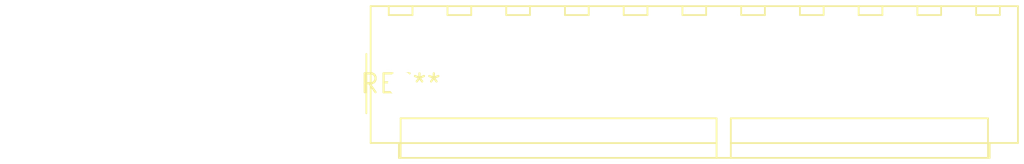
<source format=kicad_pcb>
(kicad_pcb (version 20240108) (generator pcbnew)
  (layers (0 "F.Cu" signal) (31 "B.Cu" signal) (34 "B.Paste" user) (35 "F.Paste" user) (36 "B.SilkS" user "B.Silkscreen") (37 "F.SilkS" user "F.Silkscreen") (38 "B.Mask" user) (39 "F.Mask" user) (44 "Edge.Cuts" user))
  (net 0 "")
  (footprint "Molex_KK-396_A-41791-0011_1x11_P3.96mm_Vertical" (layer "F.Cu") (at 0 0)
    (property "Reference" "REF**")
    (property "Value" "Molex_KK-396_A-41791-0011_1x11_P3.96mm_Vertical")
    (fp_line (start -2.31 -2) (end -2.31 2) (layer "F.SilkS") (stroke (width 0.12)))
    (fp_line (start -2.02 -5.22) (end 41.62 -5.22) (layer "F.SilkS") (stroke (width 0.12)))
    (fp_line (start -2.02 4.005) (end -2.02 -5.22) (layer "F.SilkS") (stroke (width 0.12)))
    (fp_line (start -0.8 -5.22) (end -0.8 -4.62) (layer "F.SilkS") (stroke (width 0.12)))
    (fp_line (start -0.8 -4.62) (end 0.8 -4.62) (layer "F.SilkS") (stroke (width 0.12)))
    (fp_line (start -0.115 4.005) (end -2.02 4.005) (layer "F.SilkS") (stroke (width 0.12)))
    (fp_line (start -0.115 5.01) (end -0.115 4.005) (layer "F.SilkS") (stroke (width 0.12)))
    (fp_line (start 0 2.34) (end 21.3 2.34) (layer "F.SilkS") (stroke (width 0.12)))
    (fp_line (start 0 4.01) (end 0 2.34) (layer "F.SilkS") (stroke (width 0.12)))
    (fp_line (start 0 4.01) (end 21.3 4.01) (layer "F.SilkS") (stroke (width 0.12)))
    (fp_line (start 0 5.01) (end 0 4.01) (layer "F.SilkS") (stroke (width 0.12)))
    (fp_line (start 0.8 -4.62) (end 0.8 -5.22) (layer "F.SilkS") (stroke (width 0.12)))
    (fp_line (start 3.16 -5.22) (end 3.16 -4.62) (layer "F.SilkS") (stroke (width 0.12)))
    (fp_line (start 3.16 -4.62) (end 4.76 -4.62) (layer "F.SilkS") (stroke (width 0.12)))
    (fp_line (start 4.76 -4.62) (end 4.76 -5.22) (layer "F.SilkS") (stroke (width 0.12)))
    (fp_line (start 7.12 -5.22) (end 7.12 -4.62) (layer "F.SilkS") (stroke (width 0.12)))
    (fp_line (start 7.12 -4.62) (end 8.72 -4.62) (layer "F.SilkS") (stroke (width 0.12)))
    (fp_line (start 8.72 -4.62) (end 8.72 -5.22) (layer "F.SilkS") (stroke (width 0.12)))
    (fp_line (start 11.08 -5.22) (end 11.08 -4.62) (layer "F.SilkS") (stroke (width 0.12)))
    (fp_line (start 11.08 -4.62) (end 12.68 -4.62) (layer "F.SilkS") (stroke (width 0.12)))
    (fp_line (start 12.68 -4.62) (end 12.68 -5.22) (layer "F.SilkS") (stroke (width 0.12)))
    (fp_line (start 15.04 -5.22) (end 15.04 -4.62) (layer "F.SilkS") (stroke (width 0.12)))
    (fp_line (start 15.04 -4.62) (end 16.64 -4.62) (layer "F.SilkS") (stroke (width 0.12)))
    (fp_line (start 16.64 -4.62) (end 16.64 -5.22) (layer "F.SilkS") (stroke (width 0.12)))
    (fp_line (start 19 -5.22) (end 19 -4.62) (layer "F.SilkS") (stroke (width 0.12)))
    (fp_line (start 19 -4.62) (end 20.6 -4.62) (layer "F.SilkS") (stroke (width 0.12)))
    (fp_line (start 20.6 -4.62) (end 20.6 -5.22) (layer "F.SilkS") (stroke (width 0.12)))
    (fp_line (start 21.3 2.34) (end 21.3 4.01) (layer "F.SilkS") (stroke (width 0.12)))
    (fp_line (start 21.3 4.01) (end 21.3 5.01) (layer "F.SilkS") (stroke (width 0.12)))
    (fp_line (start 22.26 2.34) (end 39.6 2.34) (layer "F.SilkS") (stroke (width 0.12)))
    (fp_line (start 22.26 4.01) (end 22.26 2.34) (layer "F.SilkS") (stroke (width 0.12)))
    (fp_line (start 22.26 4.01) (end 39.6 4.01) (layer "F.SilkS") (stroke (width 0.12)))
    (fp_line (start 22.26 5.01) (end 22.26 4.01) (layer "F.SilkS") (stroke (width 0.12)))
    (fp_line (start 22.96 -5.22) (end 22.96 -4.62) (layer "F.SilkS") (stroke (width 0.12)))
    (fp_line (start 22.96 -4.62) (end 24.56 -4.62) (layer "F.SilkS") (stroke (width 0.12)))
    (fp_line (start 24.56 -4.62) (end 24.56 -5.22) (layer "F.SilkS") (stroke (width 0.12)))
    (fp_line (start 26.92 -5.22) (end 26.92 -4.62) (layer "F.SilkS") (stroke (width 0.12)))
    (fp_line (start 26.92 -4.62) (end 28.52 -4.62) (layer "F.SilkS") (stroke (width 0.12)))
    (fp_line (start 28.52 -4.62) (end 28.52 -5.22) (layer "F.SilkS") (stroke (width 0.12)))
    (fp_line (start 30.88 -5.22) (end 30.88 -4.62) (layer "F.SilkS") (stroke (width 0.12)))
    (fp_line (start 30.88 -4.62) (end 32.48 -4.62) (layer "F.SilkS") (stroke (width 0.12)))
    (fp_line (start 32.48 -4.62) (end 32.48 -5.22) (layer "F.SilkS") (stroke (width 0.12)))
    (fp_line (start 34.84 -5.22) (end 34.84 -4.62) (layer "F.SilkS") (stroke (width 0.12)))
    (fp_line (start 34.84 -4.62) (end 36.44 -4.62) (layer "F.SilkS") (stroke (width 0.12)))
    (fp_line (start 36.44 -4.62) (end 36.44 -5.22) (layer "F.SilkS") (stroke (width 0.12)))
    (fp_line (start 38.8 -5.22) (end 38.8 -4.62) (layer "F.SilkS") (stroke (width 0.12)))
    (fp_line (start 38.8 -4.62) (end 40.4 -4.62) (layer "F.SilkS") (stroke (width 0.12)))
    (fp_line (start 39.6 2.34) (end 39.6 4.01) (layer "F.SilkS") (stroke (width 0.12)))
    (fp_line (start 39.6 4.01) (end 39.6 5.01) (layer "F.SilkS") (stroke (width 0.12)))
    (fp_line (start 39.715 4.005) (end 39.715 5.01) (layer "F.SilkS") (stroke (width 0.12)))
    (fp_line (start 39.715 5.01) (end -0.115 5.01) (layer "F.SilkS") (stroke (width 0.12)))
    (fp_line (start 40.4 -4.62) (end 40.4 -5.22) (layer "F.SilkS") (stroke (width 0.12)))
    (fp_line (start 41.62 -5.22) (end 41.62 4.005) (layer "F.SilkS") (stroke (width 0.12)))
    (fp_line (start 41.62 4.005) (end 39.715 4.005) (layer "F.SilkS") (stroke (width 0.12)))
    (pad "1" thru_hole roundrect (at 0 0) (size 3.16 4.1) (drill 1.7) (layers *.Cu *.Mask) (remove_unused_layers) (roundrect_rratio 0.079114))
    (pad "2" thru_hole oval (at 3.96 0) (size 3.16 4.1) (drill 1.7) (layers *.Cu *.Mask) (remove_unused_layers))
    (pad "3" thru_hole oval (at 7.92 0) (size 3.16 4.1) (drill 1.7) (layers *.Cu *.Mask) (remove_unused_layers))
    (pad "4" thru_hole oval (at 11.88 0) (size 3.16 4.1) (drill 1.7) (layers *.Cu *.Mask) (remove_unused_layers))
    (pad "5" thru_hole oval (at 15.84 0) (size 3.16 4.1) (drill 1.7) (layers *.Cu *.Mask) (remove_unused_layers))
    (pad "6" thru_hole oval (at 19.8 0) (size 3.16 4.1) (drill 1.7) (layers *.Cu *.Mask) (remove_unused_layers))
    (pad "7" thru_hole oval (at 23.76 0) (size 3.16 4.1) (drill 1.7) (layers *.Cu *.Mask) (remove_unused_layers))
    (pad "8" thru_hole oval (at 27.72 0) (size 3.16 4.1) (drill 1.7) (layers *.Cu *.Mask) (remove_unused_layers))
    (pad "9" thru_hole oval (at 31.68 0) (size 3.16 4.1) (drill 1.7) (layers *.Cu *.Mask) (remove_unused_layers))
    (pad "10" thru_hole oval (at 35.64 0) (size 3.16 4.1) (drill 1.7) (layers *.Cu *.Mask) (remove_unused_layers))
    (pad "11" thru_hole oval (at 39.6 0) (size 3.16 4.1) (drill 1.7) (layers *.Cu *.Mask) (remove_unused_layers))
  )
)
</source>
